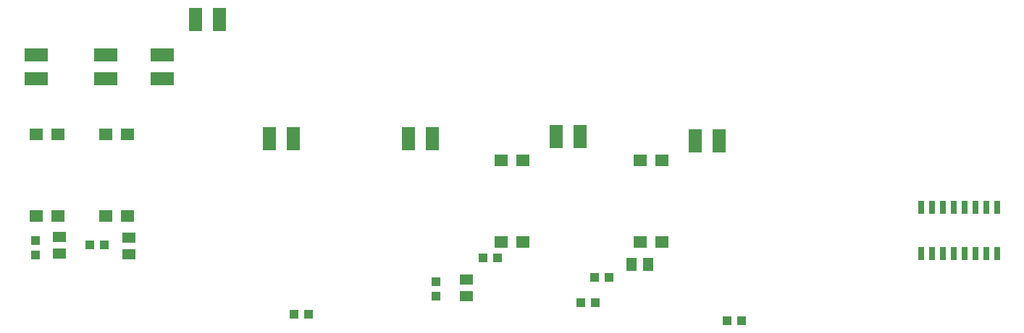
<source format=gbr>
G04 EAGLE Gerber RS-274X export*
G75*
%MOMM*%
%FSLAX34Y34*%
%LPD*%
%INSolderpaste Bottom*%
%IPPOS*%
%AMOC8*
5,1,8,0,0,1.08239X$1,22.5*%
G01*
%ADD10R,1.500000X1.300000*%
%ADD11R,1.300000X1.500000*%
%ADD12R,1.550000X1.400000*%
%ADD13R,1.100000X1.000000*%
%ADD14R,2.700000X1.600000*%
%ADD15R,1.600000X2.700000*%
%ADD16R,1.000000X1.100000*%
%ADD17R,0.650000X1.550000*%


D10*
X182372Y168300D03*
X182372Y187300D03*
X263652Y167792D03*
X263652Y186792D03*
X657860Y137516D03*
X657860Y118516D03*
D11*
X851560Y155956D03*
X870560Y155956D03*
D12*
X154940Y307846D03*
X180340Y307846D03*
X180340Y212346D03*
X154940Y212346D03*
X236220Y307846D03*
X261620Y307846D03*
X261620Y212346D03*
X236220Y212346D03*
X698500Y277366D03*
X723900Y277366D03*
X723900Y181866D03*
X698500Y181866D03*
X861060Y277366D03*
X886460Y277366D03*
X886460Y181866D03*
X861060Y181866D03*
D13*
X473320Y97536D03*
X456320Y97536D03*
D14*
X302260Y401096D03*
X302260Y373096D03*
D15*
X791240Y305816D03*
X763240Y305816D03*
D13*
X694300Y163576D03*
X677300Y163576D03*
D15*
X341600Y442976D03*
X369600Y442976D03*
X953800Y300736D03*
X925800Y300736D03*
D13*
X824856Y140208D03*
X807856Y140208D03*
D16*
X622808Y118500D03*
X622808Y135500D03*
D13*
X979796Y89408D03*
X962796Y89408D03*
X808600Y110744D03*
X791600Y110744D03*
D14*
X154940Y401096D03*
X154940Y373096D03*
D15*
X455960Y303276D03*
X427960Y303276D03*
D16*
X154432Y183252D03*
X154432Y166252D03*
D14*
X236220Y401096D03*
X236220Y373096D03*
D15*
X618520Y303276D03*
X590520Y303276D03*
D13*
X234560Y178816D03*
X217560Y178816D03*
D17*
X1278890Y167822D03*
X1266190Y167822D03*
X1253490Y167822D03*
X1240790Y167822D03*
X1228090Y167822D03*
X1215390Y167822D03*
X1202690Y167822D03*
X1189990Y167822D03*
X1189990Y222322D03*
X1202690Y222322D03*
X1215390Y222322D03*
X1228090Y222322D03*
X1240790Y222322D03*
X1253490Y222322D03*
X1266190Y222322D03*
X1278890Y222322D03*
M02*

</source>
